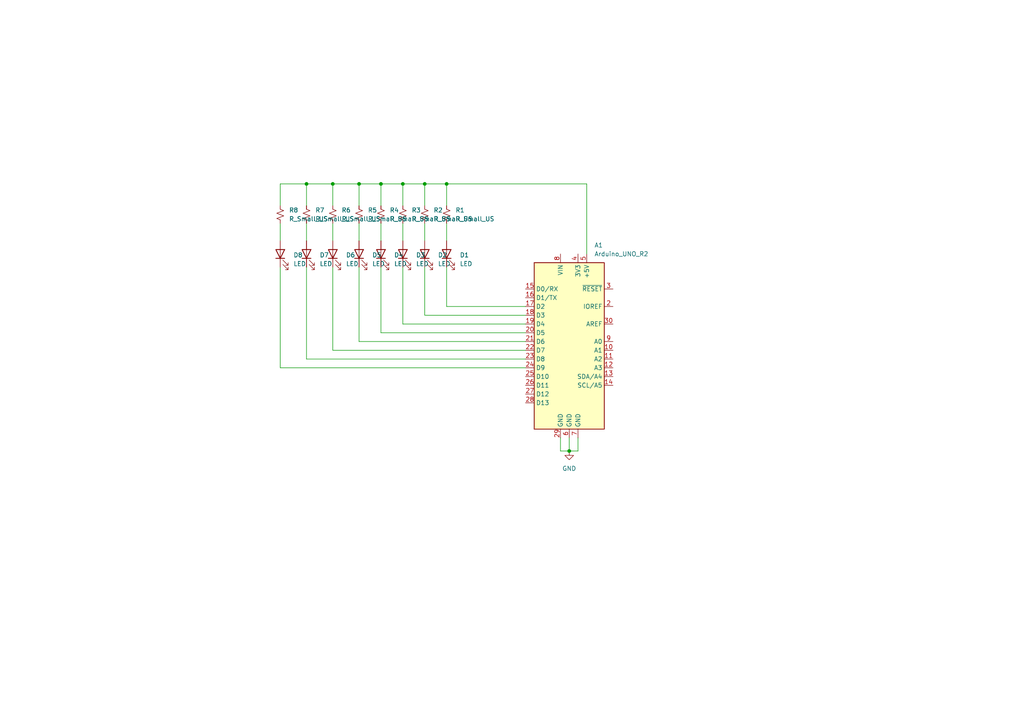
<source format=kicad_sch>
(kicad_sch (version 20230121) (generator eeschema)

  (uuid c6c43e89-a186-4f10-baac-24947caba4eb)

  (paper "A4")

  (title_block
    (title "ARDUINO UNO SHIELD")
    (date "2024-01-17")
    (rev "1")
    (comment 1 "HO CHI MINH UNIVERSITY OF TECHNOLOGY")
    (comment 2 "NGUYEN QUOC GIA BAO")
    (comment 3 "2151176")
  )

  (lib_symbols
    (symbol "Device:LED" (pin_numbers hide) (pin_names (offset 1.016) hide) (in_bom yes) (on_board yes)
      (property "Reference" "D" (at 0 2.54 0)
        (effects (font (size 1.27 1.27)))
      )
      (property "Value" "LED" (at 0 -2.54 0)
        (effects (font (size 1.27 1.27)))
      )
      (property "Footprint" "" (at 0 0 0)
        (effects (font (size 1.27 1.27)) hide)
      )
      (property "Datasheet" "~" (at 0 0 0)
        (effects (font (size 1.27 1.27)) hide)
      )
      (property "ki_keywords" "LED diode" (at 0 0 0)
        (effects (font (size 1.27 1.27)) hide)
      )
      (property "ki_description" "Light emitting diode" (at 0 0 0)
        (effects (font (size 1.27 1.27)) hide)
      )
      (property "ki_fp_filters" "LED* LED_SMD:* LED_THT:*" (at 0 0 0)
        (effects (font (size 1.27 1.27)) hide)
      )
      (symbol "LED_0_1"
        (polyline
          (pts
            (xy -1.27 -1.27)
            (xy -1.27 1.27)
          )
          (stroke (width 0.254) (type default))
          (fill (type none))
        )
        (polyline
          (pts
            (xy -1.27 0)
            (xy 1.27 0)
          )
          (stroke (width 0) (type default))
          (fill (type none))
        )
        (polyline
          (pts
            (xy 1.27 -1.27)
            (xy 1.27 1.27)
            (xy -1.27 0)
            (xy 1.27 -1.27)
          )
          (stroke (width 0.254) (type default))
          (fill (type none))
        )
        (polyline
          (pts
            (xy -3.048 -0.762)
            (xy -4.572 -2.286)
            (xy -3.81 -2.286)
            (xy -4.572 -2.286)
            (xy -4.572 -1.524)
          )
          (stroke (width 0) (type default))
          (fill (type none))
        )
        (polyline
          (pts
            (xy -1.778 -0.762)
            (xy -3.302 -2.286)
            (xy -2.54 -2.286)
            (xy -3.302 -2.286)
            (xy -3.302 -1.524)
          )
          (stroke (width 0) (type default))
          (fill (type none))
        )
      )
      (symbol "LED_1_1"
        (pin passive line (at -3.81 0 0) (length 2.54)
          (name "K" (effects (font (size 1.27 1.27))))
          (number "1" (effects (font (size 1.27 1.27))))
        )
        (pin passive line (at 3.81 0 180) (length 2.54)
          (name "A" (effects (font (size 1.27 1.27))))
          (number "2" (effects (font (size 1.27 1.27))))
        )
      )
    )
    (symbol "Device:R_Small_US" (pin_numbers hide) (pin_names (offset 0.254) hide) (in_bom yes) (on_board yes)
      (property "Reference" "R" (at 0.762 0.508 0)
        (effects (font (size 1.27 1.27)) (justify left))
      )
      (property "Value" "R_Small_US" (at 0.762 -1.016 0)
        (effects (font (size 1.27 1.27)) (justify left))
      )
      (property "Footprint" "" (at 0 0 0)
        (effects (font (size 1.27 1.27)) hide)
      )
      (property "Datasheet" "~" (at 0 0 0)
        (effects (font (size 1.27 1.27)) hide)
      )
      (property "ki_keywords" "r resistor" (at 0 0 0)
        (effects (font (size 1.27 1.27)) hide)
      )
      (property "ki_description" "Resistor, small US symbol" (at 0 0 0)
        (effects (font (size 1.27 1.27)) hide)
      )
      (property "ki_fp_filters" "R_*" (at 0 0 0)
        (effects (font (size 1.27 1.27)) hide)
      )
      (symbol "R_Small_US_1_1"
        (polyline
          (pts
            (xy 0 0)
            (xy 1.016 -0.381)
            (xy 0 -0.762)
            (xy -1.016 -1.143)
            (xy 0 -1.524)
          )
          (stroke (width 0) (type default))
          (fill (type none))
        )
        (polyline
          (pts
            (xy 0 1.524)
            (xy 1.016 1.143)
            (xy 0 0.762)
            (xy -1.016 0.381)
            (xy 0 0)
          )
          (stroke (width 0) (type default))
          (fill (type none))
        )
        (pin passive line (at 0 2.54 270) (length 1.016)
          (name "~" (effects (font (size 1.27 1.27))))
          (number "1" (effects (font (size 1.27 1.27))))
        )
        (pin passive line (at 0 -2.54 90) (length 1.016)
          (name "~" (effects (font (size 1.27 1.27))))
          (number "2" (effects (font (size 1.27 1.27))))
        )
      )
    )
    (symbol "MCU_Module:Arduino_UNO_R2" (in_bom yes) (on_board yes)
      (property "Reference" "A" (at -10.16 23.495 0)
        (effects (font (size 1.27 1.27)) (justify left bottom))
      )
      (property "Value" "Arduino_UNO_R2" (at 5.08 -26.67 0)
        (effects (font (size 1.27 1.27)) (justify left top))
      )
      (property "Footprint" "Module:Arduino_UNO_R2" (at 0 0 0)
        (effects (font (size 1.27 1.27) italic) hide)
      )
      (property "Datasheet" "https://www.arduino.cc/en/Main/arduinoBoardUno" (at 0 0 0)
        (effects (font (size 1.27 1.27)) hide)
      )
      (property "ki_keywords" "Arduino UNO R3 Microcontroller Module Atmel AVR USB" (at 0 0 0)
        (effects (font (size 1.27 1.27)) hide)
      )
      (property "ki_description" "Arduino UNO Microcontroller Module, release 2" (at 0 0 0)
        (effects (font (size 1.27 1.27)) hide)
      )
      (property "ki_fp_filters" "Arduino*UNO*R2*" (at 0 0 0)
        (effects (font (size 1.27 1.27)) hide)
      )
      (symbol "Arduino_UNO_R2_0_1"
        (rectangle (start -10.16 22.86) (end 10.16 -25.4)
          (stroke (width 0.254) (type default))
          (fill (type background))
        )
      )
      (symbol "Arduino_UNO_R2_1_1"
        (pin no_connect line (at -10.16 -20.32 0) (length 2.54) hide
          (name "NC" (effects (font (size 1.27 1.27))))
          (number "1" (effects (font (size 1.27 1.27))))
        )
        (pin bidirectional line (at 12.7 -2.54 180) (length 2.54)
          (name "A1" (effects (font (size 1.27 1.27))))
          (number "10" (effects (font (size 1.27 1.27))))
        )
        (pin bidirectional line (at 12.7 -5.08 180) (length 2.54)
          (name "A2" (effects (font (size 1.27 1.27))))
          (number "11" (effects (font (size 1.27 1.27))))
        )
        (pin bidirectional line (at 12.7 -7.62 180) (length 2.54)
          (name "A3" (effects (font (size 1.27 1.27))))
          (number "12" (effects (font (size 1.27 1.27))))
        )
        (pin bidirectional line (at 12.7 -10.16 180) (length 2.54)
          (name "SDA/A4" (effects (font (size 1.27 1.27))))
          (number "13" (effects (font (size 1.27 1.27))))
        )
        (pin bidirectional line (at 12.7 -12.7 180) (length 2.54)
          (name "SCL/A5" (effects (font (size 1.27 1.27))))
          (number "14" (effects (font (size 1.27 1.27))))
        )
        (pin bidirectional line (at -12.7 15.24 0) (length 2.54)
          (name "D0/RX" (effects (font (size 1.27 1.27))))
          (number "15" (effects (font (size 1.27 1.27))))
        )
        (pin bidirectional line (at -12.7 12.7 0) (length 2.54)
          (name "D1/TX" (effects (font (size 1.27 1.27))))
          (number "16" (effects (font (size 1.27 1.27))))
        )
        (pin bidirectional line (at -12.7 10.16 0) (length 2.54)
          (name "D2" (effects (font (size 1.27 1.27))))
          (number "17" (effects (font (size 1.27 1.27))))
        )
        (pin bidirectional line (at -12.7 7.62 0) (length 2.54)
          (name "D3" (effects (font (size 1.27 1.27))))
          (number "18" (effects (font (size 1.27 1.27))))
        )
        (pin bidirectional line (at -12.7 5.08 0) (length 2.54)
          (name "D4" (effects (font (size 1.27 1.27))))
          (number "19" (effects (font (size 1.27 1.27))))
        )
        (pin output line (at 12.7 10.16 180) (length 2.54)
          (name "IOREF" (effects (font (size 1.27 1.27))))
          (number "2" (effects (font (size 1.27 1.27))))
        )
        (pin bidirectional line (at -12.7 2.54 0) (length 2.54)
          (name "D5" (effects (font (size 1.27 1.27))))
          (number "20" (effects (font (size 1.27 1.27))))
        )
        (pin bidirectional line (at -12.7 0 0) (length 2.54)
          (name "D6" (effects (font (size 1.27 1.27))))
          (number "21" (effects (font (size 1.27 1.27))))
        )
        (pin bidirectional line (at -12.7 -2.54 0) (length 2.54)
          (name "D7" (effects (font (size 1.27 1.27))))
          (number "22" (effects (font (size 1.27 1.27))))
        )
        (pin bidirectional line (at -12.7 -5.08 0) (length 2.54)
          (name "D8" (effects (font (size 1.27 1.27))))
          (number "23" (effects (font (size 1.27 1.27))))
        )
        (pin bidirectional line (at -12.7 -7.62 0) (length 2.54)
          (name "D9" (effects (font (size 1.27 1.27))))
          (number "24" (effects (font (size 1.27 1.27))))
        )
        (pin bidirectional line (at -12.7 -10.16 0) (length 2.54)
          (name "D10" (effects (font (size 1.27 1.27))))
          (number "25" (effects (font (size 1.27 1.27))))
        )
        (pin bidirectional line (at -12.7 -12.7 0) (length 2.54)
          (name "D11" (effects (font (size 1.27 1.27))))
          (number "26" (effects (font (size 1.27 1.27))))
        )
        (pin bidirectional line (at -12.7 -15.24 0) (length 2.54)
          (name "D12" (effects (font (size 1.27 1.27))))
          (number "27" (effects (font (size 1.27 1.27))))
        )
        (pin bidirectional line (at -12.7 -17.78 0) (length 2.54)
          (name "D13" (effects (font (size 1.27 1.27))))
          (number "28" (effects (font (size 1.27 1.27))))
        )
        (pin power_in line (at -2.54 -27.94 90) (length 2.54)
          (name "GND" (effects (font (size 1.27 1.27))))
          (number "29" (effects (font (size 1.27 1.27))))
        )
        (pin input line (at 12.7 15.24 180) (length 2.54)
          (name "~{RESET}" (effects (font (size 1.27 1.27))))
          (number "3" (effects (font (size 1.27 1.27))))
        )
        (pin input line (at 12.7 5.08 180) (length 2.54)
          (name "AREF" (effects (font (size 1.27 1.27))))
          (number "30" (effects (font (size 1.27 1.27))))
        )
        (pin power_out line (at 2.54 25.4 270) (length 2.54)
          (name "3V3" (effects (font (size 1.27 1.27))))
          (number "4" (effects (font (size 1.27 1.27))))
        )
        (pin power_out line (at 5.08 25.4 270) (length 2.54)
          (name "+5V" (effects (font (size 1.27 1.27))))
          (number "5" (effects (font (size 1.27 1.27))))
        )
        (pin power_in line (at 0 -27.94 90) (length 2.54)
          (name "GND" (effects (font (size 1.27 1.27))))
          (number "6" (effects (font (size 1.27 1.27))))
        )
        (pin power_in line (at 2.54 -27.94 90) (length 2.54)
          (name "GND" (effects (font (size 1.27 1.27))))
          (number "7" (effects (font (size 1.27 1.27))))
        )
        (pin power_in line (at -2.54 25.4 270) (length 2.54)
          (name "VIN" (effects (font (size 1.27 1.27))))
          (number "8" (effects (font (size 1.27 1.27))))
        )
        (pin bidirectional line (at 12.7 0 180) (length 2.54)
          (name "A0" (effects (font (size 1.27 1.27))))
          (number "9" (effects (font (size 1.27 1.27))))
        )
      )
    )
    (symbol "power:GND" (power) (pin_names (offset 0)) (in_bom yes) (on_board yes)
      (property "Reference" "#PWR" (at 0 -6.35 0)
        (effects (font (size 1.27 1.27)) hide)
      )
      (property "Value" "GND" (at 0 -3.81 0)
        (effects (font (size 1.27 1.27)))
      )
      (property "Footprint" "" (at 0 0 0)
        (effects (font (size 1.27 1.27)) hide)
      )
      (property "Datasheet" "" (at 0 0 0)
        (effects (font (size 1.27 1.27)) hide)
      )
      (property "ki_keywords" "global power" (at 0 0 0)
        (effects (font (size 1.27 1.27)) hide)
      )
      (property "ki_description" "Power symbol creates a global label with name \"GND\" , ground" (at 0 0 0)
        (effects (font (size 1.27 1.27)) hide)
      )
      (symbol "GND_0_1"
        (polyline
          (pts
            (xy 0 0)
            (xy 0 -1.27)
            (xy 1.27 -1.27)
            (xy 0 -2.54)
            (xy -1.27 -1.27)
            (xy 0 -1.27)
          )
          (stroke (width 0) (type default))
          (fill (type none))
        )
      )
      (symbol "GND_1_1"
        (pin power_in line (at 0 0 270) (length 0) hide
          (name "GND" (effects (font (size 1.27 1.27))))
          (number "1" (effects (font (size 1.27 1.27))))
        )
      )
    )
  )

  (junction (at 116.84 53.34) (diameter 0) (color 0 0 0 0)
    (uuid 216f96d4-1084-4af3-8e27-f1480cfd93fa)
  )
  (junction (at 96.52 53.34) (diameter 0) (color 0 0 0 0)
    (uuid 3a96cb0e-fa2d-49ba-b412-ae8e4af659e8)
  )
  (junction (at 129.54 53.34) (diameter 0) (color 0 0 0 0)
    (uuid 570b3a8a-f664-4ae0-a1b2-b86968054830)
  )
  (junction (at 165.1 130.81) (diameter 0) (color 0 0 0 0)
    (uuid aa581429-f195-4e2f-81a4-57a8dd0d71c3)
  )
  (junction (at 88.9 53.34) (diameter 0) (color 0 0 0 0)
    (uuid aab3bec8-a33d-4091-9aeb-e90beee8d5e2)
  )
  (junction (at 123.19 53.34) (diameter 0) (color 0 0 0 0)
    (uuid b3d06a9f-ae1f-4669-b14b-1d4451b01e5a)
  )
  (junction (at 104.14 53.34) (diameter 0) (color 0 0 0 0)
    (uuid b7b3f0d9-1db0-4310-9d53-e5933928de1e)
  )
  (junction (at 110.49 53.34) (diameter 0) (color 0 0 0 0)
    (uuid d08540ba-8779-483c-93a9-7be25f898820)
  )

  (wire (pts (xy 104.14 53.34) (xy 96.52 53.34))
    (stroke (width 0) (type default))
    (uuid 0648d133-95fe-4666-bd3d-1b2c25df9680)
  )
  (wire (pts (xy 165.1 127) (xy 165.1 130.81))
    (stroke (width 0) (type default))
    (uuid 0a8293a2-cb43-4b98-8612-a6c66e535261)
  )
  (wire (pts (xy 96.52 53.34) (xy 96.52 59.69))
    (stroke (width 0) (type default))
    (uuid 0e47c18d-242c-47a3-a02b-d3f6d1e029e7)
  )
  (wire (pts (xy 129.54 53.34) (xy 123.19 53.34))
    (stroke (width 0) (type default))
    (uuid 10a65750-2895-4a4c-8abc-b670dc8378b3)
  )
  (wire (pts (xy 81.28 53.34) (xy 81.28 59.69))
    (stroke (width 0) (type default))
    (uuid 15a6d130-30c2-4d49-86a8-f7b05ba1355a)
  )
  (wire (pts (xy 110.49 77.47) (xy 110.49 96.52))
    (stroke (width 0) (type default))
    (uuid 1763b447-2a17-4ffe-a978-b8ee573181bb)
  )
  (wire (pts (xy 81.28 106.68) (xy 152.4 106.68))
    (stroke (width 0) (type default))
    (uuid 1890b78a-6b0f-4f4f-8e10-7ac1091d3166)
  )
  (wire (pts (xy 123.19 53.34) (xy 123.19 59.69))
    (stroke (width 0) (type default))
    (uuid 1c8c8a40-d83e-4de5-984f-03b7630e8164)
  )
  (wire (pts (xy 167.64 127) (xy 167.64 130.81))
    (stroke (width 0) (type default))
    (uuid 235afdbc-61c8-479f-b609-940414600f64)
  )
  (wire (pts (xy 96.52 101.6) (xy 152.4 101.6))
    (stroke (width 0) (type default))
    (uuid 23df50eb-5127-4aaf-99ff-45dfc9191815)
  )
  (wire (pts (xy 129.54 53.34) (xy 129.54 59.69))
    (stroke (width 0) (type default))
    (uuid 247da899-1332-412a-a18f-167dc842e5f3)
  )
  (wire (pts (xy 129.54 64.77) (xy 129.54 69.85))
    (stroke (width 0) (type default))
    (uuid 2565fb0a-08a0-42d8-93dc-e64a0c77c315)
  )
  (wire (pts (xy 96.52 53.34) (xy 88.9 53.34))
    (stroke (width 0) (type default))
    (uuid 2e6da6a7-1f7f-4a03-b32f-972703baa2b3)
  )
  (wire (pts (xy 104.14 64.77) (xy 104.14 69.85))
    (stroke (width 0) (type default))
    (uuid 30c6182f-54bc-48af-a72f-d3e90a975bcb)
  )
  (wire (pts (xy 116.84 93.98) (xy 152.4 93.98))
    (stroke (width 0) (type default))
    (uuid 429b5e3c-cc89-414b-9dcb-264b02e5587e)
  )
  (wire (pts (xy 110.49 96.52) (xy 152.4 96.52))
    (stroke (width 0) (type default))
    (uuid 4bc742dd-45c8-428f-b4b5-5b4a374aa274)
  )
  (wire (pts (xy 123.19 91.44) (xy 152.4 91.44))
    (stroke (width 0) (type default))
    (uuid 4e40f89a-8ab7-48c9-97d3-78de69e0ada5)
  )
  (wire (pts (xy 88.9 64.77) (xy 88.9 69.85))
    (stroke (width 0) (type default))
    (uuid 6ba6881b-639d-4a8a-a58e-121a55fc7cea)
  )
  (wire (pts (xy 88.9 77.47) (xy 88.9 104.14))
    (stroke (width 0) (type default))
    (uuid 6d96d6c6-b018-47fc-ac6e-7b802616f74d)
  )
  (wire (pts (xy 81.28 64.77) (xy 81.28 69.85))
    (stroke (width 0) (type default))
    (uuid 73ec043f-978d-44c4-9f65-af6311222de4)
  )
  (wire (pts (xy 110.49 53.34) (xy 110.49 59.69))
    (stroke (width 0) (type default))
    (uuid 73edc616-8fa9-461d-8dd2-db9e26e2ba73)
  )
  (wire (pts (xy 162.56 130.81) (xy 165.1 130.81))
    (stroke (width 0) (type default))
    (uuid 7ad6d712-b950-4a0a-8811-3393132d4e57)
  )
  (wire (pts (xy 96.52 77.47) (xy 96.52 101.6))
    (stroke (width 0) (type default))
    (uuid 846a3d7f-2e9f-4451-b88d-002ce3b2032f)
  )
  (wire (pts (xy 104.14 99.06) (xy 152.4 99.06))
    (stroke (width 0) (type default))
    (uuid 85ebf751-e44c-4020-8319-b408742d4055)
  )
  (wire (pts (xy 129.54 88.9) (xy 152.4 88.9))
    (stroke (width 0) (type default))
    (uuid 8bf154e3-e3cd-45d4-82c1-dd761dcc621e)
  )
  (wire (pts (xy 116.84 77.47) (xy 116.84 93.98))
    (stroke (width 0) (type default))
    (uuid 968c9364-9485-4259-b284-26bb313285a4)
  )
  (wire (pts (xy 162.56 127) (xy 162.56 130.81))
    (stroke (width 0) (type default))
    (uuid 996e3b60-3135-4afb-92a8-0fe62c7e6133)
  )
  (wire (pts (xy 104.14 77.47) (xy 104.14 99.06))
    (stroke (width 0) (type default))
    (uuid b3d3d86e-317c-4e1d-bc0e-d70ea332b9d9)
  )
  (wire (pts (xy 116.84 53.34) (xy 116.84 59.69))
    (stroke (width 0) (type default))
    (uuid b40a60ea-8995-4610-845e-95e2a0d0e6d6)
  )
  (wire (pts (xy 88.9 53.34) (xy 81.28 53.34))
    (stroke (width 0) (type default))
    (uuid b92f4aa7-af96-45be-93c4-afdfb096e149)
  )
  (wire (pts (xy 110.49 53.34) (xy 104.14 53.34))
    (stroke (width 0) (type default))
    (uuid bcb0b604-2457-4b22-9fda-9b548ee98f7d)
  )
  (wire (pts (xy 88.9 104.14) (xy 152.4 104.14))
    (stroke (width 0) (type default))
    (uuid ca9614a3-c46b-4870-9303-f79c58d6d30c)
  )
  (wire (pts (xy 110.49 64.77) (xy 110.49 69.85))
    (stroke (width 0) (type default))
    (uuid cb192011-e1a3-4629-b14e-900433800cf3)
  )
  (wire (pts (xy 123.19 53.34) (xy 116.84 53.34))
    (stroke (width 0) (type default))
    (uuid cc974bcb-fdea-44e8-a27c-ba556e82fd2b)
  )
  (wire (pts (xy 123.19 77.47) (xy 123.19 91.44))
    (stroke (width 0) (type default))
    (uuid cce1d9e9-8496-4612-a0d1-f95ad049dd9e)
  )
  (wire (pts (xy 123.19 64.77) (xy 123.19 69.85))
    (stroke (width 0) (type default))
    (uuid cdfa8057-ebcf-468d-bec5-bb7f3cf28526)
  )
  (wire (pts (xy 116.84 53.34) (xy 110.49 53.34))
    (stroke (width 0) (type default))
    (uuid d4b702e5-91a5-40bd-82a4-ac3e6900ac59)
  )
  (wire (pts (xy 116.84 64.77) (xy 116.84 69.85))
    (stroke (width 0) (type default))
    (uuid d89f5eb2-d5a8-4430-9341-13a014892a98)
  )
  (wire (pts (xy 167.64 130.81) (xy 165.1 130.81))
    (stroke (width 0) (type default))
    (uuid e72f544b-1aa3-441d-aa22-d3d1588dfef8)
  )
  (wire (pts (xy 81.28 77.47) (xy 81.28 106.68))
    (stroke (width 0) (type default))
    (uuid e85900df-edff-4617-be0d-c8978329b884)
  )
  (wire (pts (xy 170.18 73.66) (xy 170.18 53.34))
    (stroke (width 0) (type default))
    (uuid e8b3aed0-7d75-4fde-81c0-bed512d69f0f)
  )
  (wire (pts (xy 96.52 64.77) (xy 96.52 69.85))
    (stroke (width 0) (type default))
    (uuid e9f10fcb-f3dd-477a-b879-552fadad885b)
  )
  (wire (pts (xy 129.54 77.47) (xy 129.54 88.9))
    (stroke (width 0) (type default))
    (uuid edc775de-63ba-465a-972a-28fb4877870f)
  )
  (wire (pts (xy 88.9 53.34) (xy 88.9 59.69))
    (stroke (width 0) (type default))
    (uuid f022a30a-ec99-430e-99ac-16e458ed7e0b)
  )
  (wire (pts (xy 170.18 53.34) (xy 129.54 53.34))
    (stroke (width 0) (type default))
    (uuid f91b6a47-23f0-44db-b6d7-756feb4c1053)
  )
  (wire (pts (xy 104.14 53.34) (xy 104.14 59.69))
    (stroke (width 0) (type default))
    (uuid fe2b5a41-eb87-46ae-8234-d1bfa42c4f3e)
  )

  (symbol (lib_id "Device:LED") (at 123.19 73.66 90) (unit 1)
    (in_bom yes) (on_board yes) (dnp no) (fields_autoplaced)
    (uuid 0a835bf9-c4d3-4f54-ba56-b250cc388736)
    (property "Reference" "D2" (at 127 73.9775 90)
      (effects (font (size 1.27 1.27)) (justify right))
    )
    (property "Value" "LED" (at 127 76.5175 90)
      (effects (font (size 1.27 1.27)) (justify right))
    )
    (property "Footprint" "LED_SMD:LED_0805_2012Metric" (at 123.19 73.66 0)
      (effects (font (size 1.27 1.27)) hide)
    )
    (property "Datasheet" "~" (at 123.19 73.66 0)
      (effects (font (size 1.27 1.27)) hide)
    )
    (pin "2" (uuid d96176c1-f8f0-43cf-8673-9db9ece69910))
    (pin "1" (uuid 384c6a44-1bd7-45a0-8103-b8238cceb454))
    (instances
      (project "arduno uno shield"
        (path "/c6c43e89-a186-4f10-baac-24947caba4eb"
          (reference "D2") (unit 1)
        )
      )
    )
  )

  (symbol (lib_id "Device:R_Small_US") (at 123.19 62.23 0) (unit 1)
    (in_bom yes) (on_board yes) (dnp no) (fields_autoplaced)
    (uuid 12b395d2-0fcb-4ca5-afb9-97d9a763891b)
    (property "Reference" "R2" (at 125.73 60.96 0)
      (effects (font (size 1.27 1.27)) (justify left))
    )
    (property "Value" "R_Small_US" (at 125.73 63.5 0)
      (effects (font (size 1.27 1.27)) (justify left))
    )
    (property "Footprint" "Resistor_SMD:R_0603_1608Metric" (at 123.19 62.23 0)
      (effects (font (size 1.27 1.27)) hide)
    )
    (property "Datasheet" "~" (at 123.19 62.23 0)
      (effects (font (size 1.27 1.27)) hide)
    )
    (pin "2" (uuid 273e1b92-3a7c-4149-bd50-d631e5535c53))
    (pin "1" (uuid 51305a26-a0c1-49be-ac3f-80fed7d15351))
    (instances
      (project "arduno uno shield"
        (path "/c6c43e89-a186-4f10-baac-24947caba4eb"
          (reference "R2") (unit 1)
        )
      )
    )
  )

  (symbol (lib_id "Device:R_Small_US") (at 116.84 62.23 0) (unit 1)
    (in_bom yes) (on_board yes) (dnp no) (fields_autoplaced)
    (uuid 1b1de34a-0a06-4018-a8e6-c1c6087dbf9e)
    (property "Reference" "R3" (at 119.38 60.96 0)
      (effects (font (size 1.27 1.27)) (justify left))
    )
    (property "Value" "R_Small_US" (at 119.38 63.5 0)
      (effects (font (size 1.27 1.27)) (justify left))
    )
    (property "Footprint" "Resistor_SMD:R_0603_1608Metric" (at 116.84 62.23 0)
      (effects (font (size 1.27 1.27)) hide)
    )
    (property "Datasheet" "~" (at 116.84 62.23 0)
      (effects (font (size 1.27 1.27)) hide)
    )
    (pin "2" (uuid 0c7626d9-2b66-4fcd-ae84-17be139cf465))
    (pin "1" (uuid 2b8c87f4-9216-41b7-8af9-12b23d201bdd))
    (instances
      (project "arduno uno shield"
        (path "/c6c43e89-a186-4f10-baac-24947caba4eb"
          (reference "R3") (unit 1)
        )
      )
    )
  )

  (symbol (lib_id "Device:R_Small_US") (at 88.9 62.23 0) (unit 1)
    (in_bom yes) (on_board yes) (dnp no) (fields_autoplaced)
    (uuid 1dc9bb08-dbaa-4e33-9c5b-78f87b6f1e22)
    (property "Reference" "R7" (at 91.44 60.96 0)
      (effects (font (size 1.27 1.27)) (justify left))
    )
    (property "Value" "R_Small_US" (at 91.44 63.5 0)
      (effects (font (size 1.27 1.27)) (justify left))
    )
    (property "Footprint" "Resistor_SMD:R_0603_1608Metric" (at 88.9 62.23 0)
      (effects (font (size 1.27 1.27)) hide)
    )
    (property "Datasheet" "~" (at 88.9 62.23 0)
      (effects (font (size 1.27 1.27)) hide)
    )
    (pin "2" (uuid 277b160d-9c6b-4997-9202-b8cac8492e6c))
    (pin "1" (uuid a728b8dc-f5eb-4311-8f5c-3c9136272cfc))
    (instances
      (project "arduno uno shield"
        (path "/c6c43e89-a186-4f10-baac-24947caba4eb"
          (reference "R7") (unit 1)
        )
      )
    )
  )

  (symbol (lib_id "MCU_Module:Arduino_UNO_R2") (at 165.1 99.06 0) (unit 1)
    (in_bom yes) (on_board yes) (dnp no) (fields_autoplaced)
    (uuid 212c59a3-e315-4f17-8dc9-f3848733f4e9)
    (property "Reference" "A1" (at 172.3741 71.12 0)
      (effects (font (size 1.27 1.27)) (justify left))
    )
    (property "Value" "Arduino_UNO_R2" (at 172.3741 73.66 0)
      (effects (font (size 1.27 1.27)) (justify left))
    )
    (property "Footprint" "Module:Arduino_UNO_R2" (at 165.1 99.06 0)
      (effects (font (size 1.27 1.27) italic) hide)
    )
    (property "Datasheet" "https://www.arduino.cc/en/Main/arduinoBoardUno" (at 165.1 99.06 0)
      (effects (font (size 1.27 1.27)) hide)
    )
    (pin "24" (uuid 3ee2dd5d-508a-4e19-90a2-614a973ed580))
    (pin "3" (uuid 7a3e990c-a553-4a62-a621-405068f136e7))
    (pin "28" (uuid 75777ff4-e857-4087-bc57-6b6b65505efc))
    (pin "8" (uuid 7e4e97ae-ed7c-47e3-ac1a-1e3da63866ea))
    (pin "2" (uuid 3ecabb1f-af8d-4a21-b5a8-f2caf3f3f67d))
    (pin "1" (uuid 4bb536d6-dfdf-4ac1-8b31-b6d6b6dca8a1))
    (pin "22" (uuid a946c07a-1fc7-4600-b213-bf1eca1d6021))
    (pin "4" (uuid 6b1db4bf-17b6-4b00-9dbe-28bb9f8e5e0a))
    (pin "25" (uuid 51b69ea1-e4d6-441b-b10f-28223a6cb9de))
    (pin "23" (uuid 67935e49-c379-4c3b-b0aa-2d74e90da949))
    (pin "15" (uuid 35bedde0-a582-425e-a0c1-dd2deacecffd))
    (pin "5" (uuid e4941176-d36c-40f7-b68b-8e1ed055d66a))
    (pin "27" (uuid 44f7159e-b5d0-47c9-943c-b8c2015dd623))
    (pin "19" (uuid 81970784-3f77-4b4b-94eb-7823289a3ee7))
    (pin "6" (uuid a942bce2-a64d-4584-8842-6c1654a4912b))
    (pin "16" (uuid 916c849c-6ffe-42c8-aa44-7af26a086dfc))
    (pin "11" (uuid ab2262ea-6df2-4c7b-940b-188ec0410e34))
    (pin "12" (uuid e19596d4-aa1b-46f9-ad89-f06ecfede0d3))
    (pin "13" (uuid 33a349c6-0a32-46f2-97cb-222dd3b73d05))
    (pin "17" (uuid 8733c370-37bb-40b1-9ff3-beed9795f534))
    (pin "14" (uuid 30711452-3cb4-456b-a4d1-283f2b60e91c))
    (pin "10" (uuid 85872a7b-cf3f-4b87-80cb-d7fb847cb511))
    (pin "21" (uuid 4dec9b2c-f4d4-42bb-9335-382bbf4d6063))
    (pin "29" (uuid ba28b2aa-9c2a-4128-91cc-86f8d2368a69))
    (pin "26" (uuid 5efaf4ae-bbf4-46ac-831a-f1e4a33a1a35))
    (pin "18" (uuid 77812800-efc7-438a-aad1-b8baf6fcf6e6))
    (pin "20" (uuid 40afee87-ffc0-4164-ab1d-3249c9a7763c))
    (pin "30" (uuid 1e0f118f-8759-4a1c-aafa-c0746a9a4866))
    (pin "9" (uuid c6dd4bc0-7ef7-4c68-a7d8-2efff2a39e0e))
    (pin "7" (uuid 93cb1d21-a834-4967-b437-ad359756ec7e))
    (instances
      (project "arduno uno shield"
        (path "/c6c43e89-a186-4f10-baac-24947caba4eb"
          (reference "A1") (unit 1)
        )
      )
    )
  )

  (symbol (lib_id "Device:LED") (at 129.54 73.66 90) (unit 1)
    (in_bom yes) (on_board yes) (dnp no) (fields_autoplaced)
    (uuid 410125b2-7031-47f1-b8f3-9c5798f3da27)
    (property "Reference" "D1" (at 133.35 73.9775 90)
      (effects (font (size 1.27 1.27)) (justify right))
    )
    (property "Value" "LED" (at 133.35 76.5175 90)
      (effects (font (size 1.27 1.27)) (justify right))
    )
    (property "Footprint" "LED_SMD:LED_0805_2012Metric" (at 129.54 73.66 0)
      (effects (font (size 1.27 1.27)) hide)
    )
    (property "Datasheet" "~" (at 129.54 73.66 0)
      (effects (font (size 1.27 1.27)) hide)
    )
    (pin "2" (uuid 4f197b9d-ed83-4127-85d0-6f331417dfbf))
    (pin "1" (uuid f981ea4b-626a-4f84-9ddc-379dae481441))
    (instances
      (project "arduno uno shield"
        (path "/c6c43e89-a186-4f10-baac-24947caba4eb"
          (reference "D1") (unit 1)
        )
      )
    )
  )

  (symbol (lib_id "Device:LED") (at 88.9 73.66 90) (unit 1)
    (in_bom yes) (on_board yes) (dnp no) (fields_autoplaced)
    (uuid 43268e78-1b5c-460b-8ffa-c6ac587ced74)
    (property "Reference" "D7" (at 92.71 73.9775 90)
      (effects (font (size 1.27 1.27)) (justify right))
    )
    (property "Value" "LED" (at 92.71 76.5175 90)
      (effects (font (size 1.27 1.27)) (justify right))
    )
    (property "Footprint" "LED_SMD:LED_0805_2012Metric" (at 88.9 73.66 0)
      (effects (font (size 1.27 1.27)) hide)
    )
    (property "Datasheet" "~" (at 88.9 73.66 0)
      (effects (font (size 1.27 1.27)) hide)
    )
    (pin "2" (uuid 9d6a677c-bdc5-49fa-bde3-097b1f928463))
    (pin "1" (uuid bc2359ac-76d3-4276-a4e0-06a75bd5ac97))
    (instances
      (project "arduno uno shield"
        (path "/c6c43e89-a186-4f10-baac-24947caba4eb"
          (reference "D7") (unit 1)
        )
      )
    )
  )

  (symbol (lib_id "Device:R_Small_US") (at 129.54 62.23 0) (unit 1)
    (in_bom yes) (on_board yes) (dnp no) (fields_autoplaced)
    (uuid 6c043698-ea5f-4c6f-ab84-c7ec98503e55)
    (property "Reference" "R1" (at 132.08 60.96 0)
      (effects (font (size 1.27 1.27)) (justify left))
    )
    (property "Value" "R_Small_US" (at 132.08 63.5 0)
      (effects (font (size 1.27 1.27)) (justify left))
    )
    (property "Footprint" "Resistor_SMD:R_0603_1608Metric" (at 129.54 62.23 0)
      (effects (font (size 1.27 1.27)) hide)
    )
    (property "Datasheet" "~" (at 129.54 62.23 0)
      (effects (font (size 1.27 1.27)) hide)
    )
    (pin "2" (uuid 36ca40cc-d132-4f34-8909-7e42482841ea))
    (pin "1" (uuid 3ab17836-477c-49ac-a358-f639943db6eb))
    (instances
      (project "arduno uno shield"
        (path "/c6c43e89-a186-4f10-baac-24947caba4eb"
          (reference "R1") (unit 1)
        )
      )
    )
  )

  (symbol (lib_id "Device:R_Small_US") (at 110.49 62.23 0) (unit 1)
    (in_bom yes) (on_board yes) (dnp no) (fields_autoplaced)
    (uuid 8517cbe0-1d32-4554-8bbd-7e56e29b3a1c)
    (property "Reference" "R4" (at 113.03 60.96 0)
      (effects (font (size 1.27 1.27)) (justify left))
    )
    (property "Value" "R_Small_US" (at 113.03 63.5 0)
      (effects (font (size 1.27 1.27)) (justify left))
    )
    (property "Footprint" "Resistor_SMD:R_0603_1608Metric" (at 110.49 62.23 0)
      (effects (font (size 1.27 1.27)) hide)
    )
    (property "Datasheet" "~" (at 110.49 62.23 0)
      (effects (font (size 1.27 1.27)) hide)
    )
    (pin "2" (uuid c4c3e2ae-a4bf-4034-88b2-68653644e423))
    (pin "1" (uuid bb02597f-430c-4497-900e-e312f3abed84))
    (instances
      (project "arduno uno shield"
        (path "/c6c43e89-a186-4f10-baac-24947caba4eb"
          (reference "R4") (unit 1)
        )
      )
    )
  )

  (symbol (lib_id "Device:LED") (at 104.14 73.66 90) (unit 1)
    (in_bom yes) (on_board yes) (dnp no) (fields_autoplaced)
    (uuid 962fc7da-1650-4a6b-8f94-349cee6f84d0)
    (property "Reference" "D5" (at 107.95 73.9775 90)
      (effects (font (size 1.27 1.27)) (justify right))
    )
    (property "Value" "LED" (at 107.95 76.5175 90)
      (effects (font (size 1.27 1.27)) (justify right))
    )
    (property "Footprint" "LED_SMD:LED_0805_2012Metric" (at 104.14 73.66 0)
      (effects (font (size 1.27 1.27)) hide)
    )
    (property "Datasheet" "~" (at 104.14 73.66 0)
      (effects (font (size 1.27 1.27)) hide)
    )
    (pin "2" (uuid 349ac61f-7887-43cd-926c-3d64a7a8a99f))
    (pin "1" (uuid 241a3e6d-200f-47ed-90fe-6dc5c00f1e72))
    (instances
      (project "arduno uno shield"
        (path "/c6c43e89-a186-4f10-baac-24947caba4eb"
          (reference "D5") (unit 1)
        )
      )
    )
  )

  (symbol (lib_id "Device:LED") (at 116.84 73.66 90) (unit 1)
    (in_bom yes) (on_board yes) (dnp no) (fields_autoplaced)
    (uuid b6fd7c4c-6e2f-4f16-ac25-5853987c9f65)
    (property "Reference" "D3" (at 120.65 73.9775 90)
      (effects (font (size 1.27 1.27)) (justify right))
    )
    (property "Value" "LED" (at 120.65 76.5175 90)
      (effects (font (size 1.27 1.27)) (justify right))
    )
    (property "Footprint" "LED_SMD:LED_0805_2012Metric" (at 116.84 73.66 0)
      (effects (font (size 1.27 1.27)) hide)
    )
    (property "Datasheet" "~" (at 116.84 73.66 0)
      (effects (font (size 1.27 1.27)) hide)
    )
    (pin "2" (uuid 3f315828-79a5-4320-97c9-8a5e37ea4f1c))
    (pin "1" (uuid 26121806-d6e2-4db6-9eb4-784c6a452206))
    (instances
      (project "arduno uno shield"
        (path "/c6c43e89-a186-4f10-baac-24947caba4eb"
          (reference "D3") (unit 1)
        )
      )
    )
  )

  (symbol (lib_id "power:GND") (at 165.1 130.81 0) (unit 1)
    (in_bom yes) (on_board yes) (dnp no) (fields_autoplaced)
    (uuid bd69f94a-22d6-4793-b918-15ca688f577a)
    (property "Reference" "#PWR01" (at 165.1 137.16 0)
      (effects (font (size 1.27 1.27)) hide)
    )
    (property "Value" "GND" (at 165.1 135.89 0)
      (effects (font (size 1.27 1.27)))
    )
    (property "Footprint" "" (at 165.1 130.81 0)
      (effects (font (size 1.27 1.27)) hide)
    )
    (property "Datasheet" "" (at 165.1 130.81 0)
      (effects (font (size 1.27 1.27)) hide)
    )
    (pin "1" (uuid 9211c3e4-b492-4832-82df-9918fcd8b4a7))
    (instances
      (project "arduno uno shield"
        (path "/c6c43e89-a186-4f10-baac-24947caba4eb"
          (reference "#PWR01") (unit 1)
        )
      )
    )
  )

  (symbol (lib_id "Device:R_Small_US") (at 104.14 62.23 0) (unit 1)
    (in_bom yes) (on_board yes) (dnp no) (fields_autoplaced)
    (uuid d1dc96fc-e42f-4321-8e02-11bdd9132c20)
    (property "Reference" "R5" (at 106.68 60.96 0)
      (effects (font (size 1.27 1.27)) (justify left))
    )
    (property "Value" "R_Small_US" (at 106.68 63.5 0)
      (effects (font (size 1.27 1.27)) (justify left))
    )
    (property "Footprint" "Resistor_SMD:R_0603_1608Metric" (at 104.14 62.23 0)
      (effects (font (size 1.27 1.27)) hide)
    )
    (property "Datasheet" "~" (at 104.14 62.23 0)
      (effects (font (size 1.27 1.27)) hide)
    )
    (pin "2" (uuid f1aeef46-b490-472c-954b-e2c04b86cda9))
    (pin "1" (uuid fee1b7b0-228b-46d1-a16b-33c47d41d715))
    (instances
      (project "arduno uno shield"
        (path "/c6c43e89-a186-4f10-baac-24947caba4eb"
          (reference "R5") (unit 1)
        )
      )
    )
  )

  (symbol (lib_id "Device:R_Small_US") (at 96.52 62.23 0) (unit 1)
    (in_bom yes) (on_board yes) (dnp no) (fields_autoplaced)
    (uuid dc2db72e-691c-4516-a43d-121453fd50f3)
    (property "Reference" "R6" (at 99.06 60.96 0)
      (effects (font (size 1.27 1.27)) (justify left))
    )
    (property "Value" "R_Small_US" (at 99.06 63.5 0)
      (effects (font (size 1.27 1.27)) (justify left))
    )
    (property "Footprint" "Resistor_SMD:R_0603_1608Metric" (at 96.52 62.23 0)
      (effects (font (size 1.27 1.27)) hide)
    )
    (property "Datasheet" "~" (at 96.52 62.23 0)
      (effects (font (size 1.27 1.27)) hide)
    )
    (pin "2" (uuid f708a5ff-dd9d-4845-b832-1273a3f1bcf2))
    (pin "1" (uuid b13c2841-e124-4237-a24e-7bb0b58d2419))
    (instances
      (project "arduno uno shield"
        (path "/c6c43e89-a186-4f10-baac-24947caba4eb"
          (reference "R6") (unit 1)
        )
      )
    )
  )

  (symbol (lib_id "Device:LED") (at 96.52 73.66 90) (unit 1)
    (in_bom yes) (on_board yes) (dnp no) (fields_autoplaced)
    (uuid e3c7eb75-81d4-48e5-ad2c-a0d299605f40)
    (property "Reference" "D6" (at 100.33 73.9775 90)
      (effects (font (size 1.27 1.27)) (justify right))
    )
    (property "Value" "LED" (at 100.33 76.5175 90)
      (effects (font (size 1.27 1.27)) (justify right))
    )
    (property "Footprint" "LED_SMD:LED_0805_2012Metric" (at 96.52 73.66 0)
      (effects (font (size 1.27 1.27)) hide)
    )
    (property "Datasheet" "~" (at 96.52 73.66 0)
      (effects (font (size 1.27 1.27)) hide)
    )
    (pin "2" (uuid 66066684-0f18-4ab4-8dc2-8b24d34d8e9a))
    (pin "1" (uuid b29f4cd3-6306-45e1-88c5-7012f47951cb))
    (instances
      (project "arduno uno shield"
        (path "/c6c43e89-a186-4f10-baac-24947caba4eb"
          (reference "D6") (unit 1)
        )
      )
    )
  )

  (symbol (lib_id "Device:R_Small_US") (at 81.28 62.23 0) (unit 1)
    (in_bom yes) (on_board yes) (dnp no) (fields_autoplaced)
    (uuid ea2b3dc8-ffc5-4cc3-b4bb-df901b0a7343)
    (property "Reference" "R8" (at 83.82 60.96 0)
      (effects (font (size 1.27 1.27)) (justify left))
    )
    (property "Value" "R_Small_US" (at 83.82 63.5 0)
      (effects (font (size 1.27 1.27)) (justify left))
    )
    (property "Footprint" "Resistor_SMD:R_0603_1608Metric" (at 81.28 62.23 0)
      (effects (font (size 1.27 1.27)) hide)
    )
    (property "Datasheet" "~" (at 81.28 62.23 0)
      (effects (font (size 1.27 1.27)) hide)
    )
    (pin "2" (uuid bb82c5c8-9a86-4772-89c2-279f4faef713))
    (pin "1" (uuid 40e83a4c-5e1a-4c31-b9cd-f57c16635504))
    (instances
      (project "arduno uno shield"
        (path "/c6c43e89-a186-4f10-baac-24947caba4eb"
          (reference "R8") (unit 1)
        )
      )
    )
  )

  (symbol (lib_id "Device:LED") (at 110.49 73.66 90) (unit 1)
    (in_bom yes) (on_board yes) (dnp no) (fields_autoplaced)
    (uuid f107df3f-f52c-45f2-bfb1-40a54e1003df)
    (property "Reference" "D4" (at 114.3 73.9775 90)
      (effects (font (size 1.27 1.27)) (justify right))
    )
    (property "Value" "LED" (at 114.3 76.5175 90)
      (effects (font (size 1.27 1.27)) (justify right))
    )
    (property "Footprint" "LED_SMD:LED_0805_2012Metric" (at 110.49 73.66 0)
      (effects (font (size 1.27 1.27)) hide)
    )
    (property "Datasheet" "~" (at 110.49 73.66 0)
      (effects (font (size 1.27 1.27)) hide)
    )
    (pin "2" (uuid 3c1ddabb-cfd8-400f-9589-144e7cac9865))
    (pin "1" (uuid 3ba86f38-3ba0-4f02-8ee4-3346076a0bb3))
    (instances
      (project "arduno uno shield"
        (path "/c6c43e89-a186-4f10-baac-24947caba4eb"
          (reference "D4") (unit 1)
        )
      )
    )
  )

  (symbol (lib_id "Device:LED") (at 81.28 73.66 90) (unit 1)
    (in_bom yes) (on_board yes) (dnp no) (fields_autoplaced)
    (uuid f274e643-9f27-4f44-aa4a-044d88eed971)
    (property "Reference" "D8" (at 85.09 73.9775 90)
      (effects (font (size 1.27 1.27)) (justify right))
    )
    (property "Value" "LED" (at 85.09 76.5175 90)
      (effects (font (size 1.27 1.27)) (justify right))
    )
    (property "Footprint" "LED_SMD:LED_0805_2012Metric" (at 81.28 73.66 0)
      (effects (font (size 1.27 1.27)) hide)
    )
    (property "Datasheet" "~" (at 81.28 73.66 0)
      (effects (font (size 1.27 1.27)) hide)
    )
    (pin "2" (uuid 700824bf-0737-4b1b-a8b7-2e3bf032ff33))
    (pin "1" (uuid ecd0d9e3-0ac7-4105-8f2f-a64ce954f7dd))
    (instances
      (project "arduno uno shield"
        (path "/c6c43e89-a186-4f10-baac-24947caba4eb"
          (reference "D8") (unit 1)
        )
      )
    )
  )

  (sheet_instances
    (path "/" (page "1"))
  )
)

</source>
